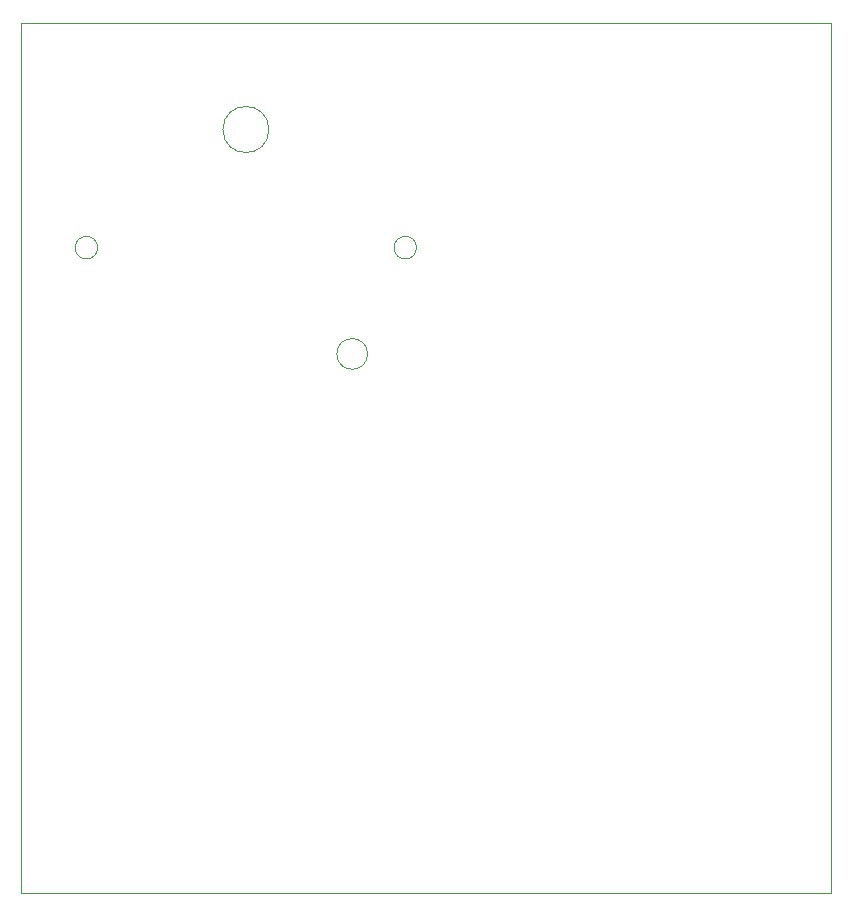
<source format=gbr>
%TF.GenerationSoftware,KiCad,Pcbnew,7.0.10*%
%TF.CreationDate,2024-01-23T18:00:44-08:00*%
%TF.ProjectId,pcb-test-3,7063622d-7465-4737-942d-332e6b696361,rev?*%
%TF.SameCoordinates,Original*%
%TF.FileFunction,Profile,NP*%
%FSLAX46Y46*%
G04 Gerber Fmt 4.6, Leading zero omitted, Abs format (unit mm)*
G04 Created by KiCad (PCBNEW 7.0.10) date 2024-01-23 18:00:44*
%MOMM*%
%LPD*%
G01*
G04 APERTURE LIST*
%TA.AperFunction,Profile*%
%ADD10C,0.100000*%
%TD*%
%TA.AperFunction,Profile*%
%ADD11C,0.050000*%
%TD*%
G04 APERTURE END LIST*
D10*
X76200000Y-139700000D02*
X144780000Y-139700000D01*
X144780000Y-66040000D02*
X76200000Y-66040000D01*
X76200000Y-139700000D02*
X76200000Y-66040000D01*
X144780000Y-66040000D02*
X144780000Y-139700000D01*
D11*
%TO.C,M1*%
X82700000Y-85090000D02*
G75*
G03*
X80800000Y-85090000I-950000J0D01*
G01*
X80800000Y-85090000D02*
G75*
G03*
X82700000Y-85090000I950000J0D01*
G01*
X97200000Y-75090000D02*
G75*
G03*
X93300000Y-75090000I-1950000J0D01*
G01*
X93300000Y-75090000D02*
G75*
G03*
X97200000Y-75090000I1950000J0D01*
G01*
X105550000Y-94090000D02*
G75*
G03*
X102950000Y-94090000I-1300000J0D01*
G01*
X102950000Y-94090000D02*
G75*
G03*
X105550000Y-94090000I1300000J0D01*
G01*
X109700000Y-85090000D02*
G75*
G03*
X107800000Y-85090000I-950000J0D01*
G01*
X107800000Y-85090000D02*
G75*
G03*
X109700000Y-85090000I950000J0D01*
G01*
%TD*%
M02*

</source>
